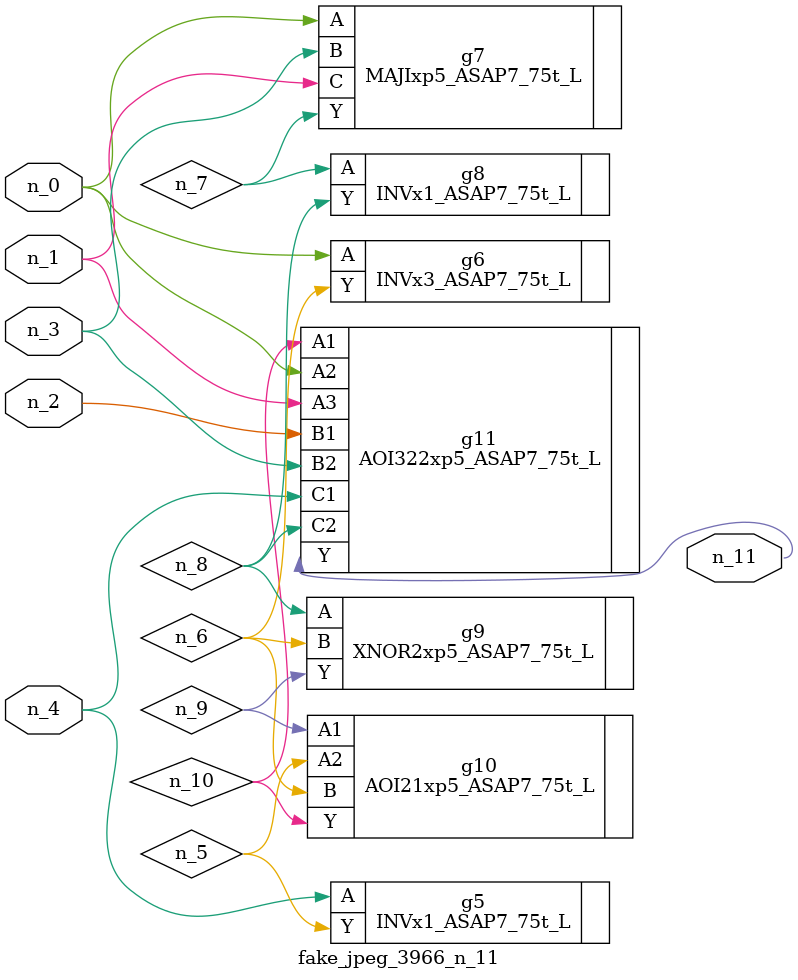
<source format=v>
module fake_jpeg_3966_n_11 (n_3, n_2, n_1, n_0, n_4, n_11);

input n_3;
input n_2;
input n_1;
input n_0;
input n_4;

output n_11;

wire n_10;
wire n_8;
wire n_9;
wire n_6;
wire n_5;
wire n_7;

INVx1_ASAP7_75t_L g5 ( 
.A(n_4),
.Y(n_5)
);

INVx3_ASAP7_75t_L g6 ( 
.A(n_0),
.Y(n_6)
);

MAJIxp5_ASAP7_75t_L g7 ( 
.A(n_0),
.B(n_3),
.C(n_1),
.Y(n_7)
);

INVx1_ASAP7_75t_L g8 ( 
.A(n_7),
.Y(n_8)
);

XNOR2xp5_ASAP7_75t_L g9 ( 
.A(n_8),
.B(n_6),
.Y(n_9)
);

AOI21xp5_ASAP7_75t_L g10 ( 
.A1(n_9),
.A2(n_5),
.B(n_6),
.Y(n_10)
);

AOI322xp5_ASAP7_75t_L g11 ( 
.A1(n_10),
.A2(n_0),
.A3(n_1),
.B1(n_2),
.B2(n_3),
.C1(n_4),
.C2(n_8),
.Y(n_11)
);


endmodule
</source>
